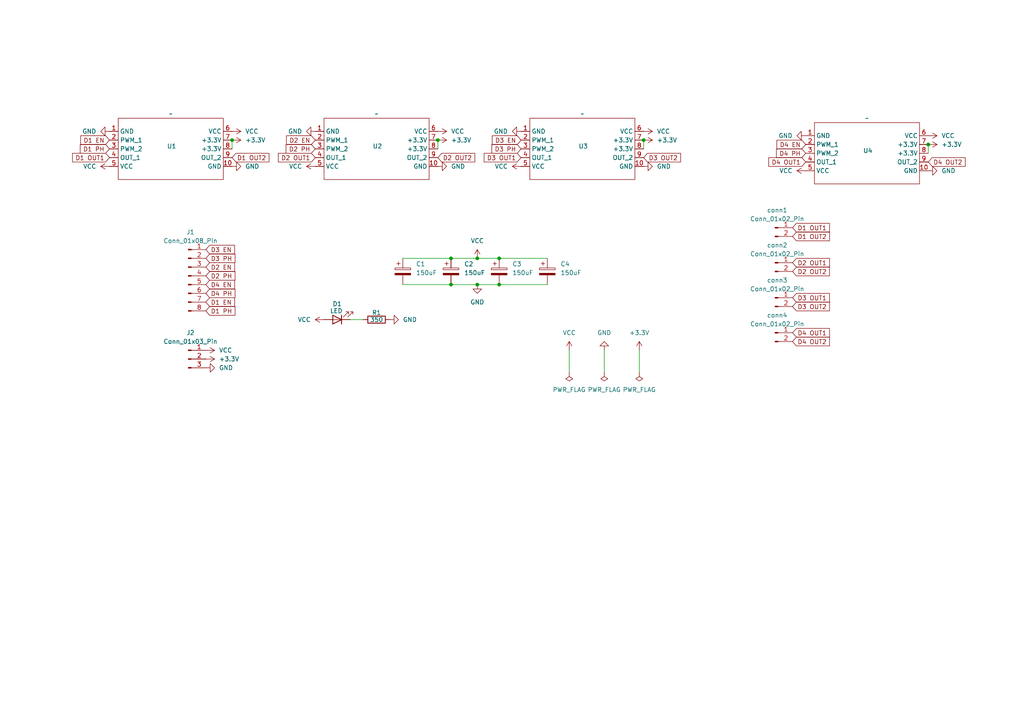
<source format=kicad_sch>
(kicad_sch (version 20250114) (generator "eeschema") (generator_version "9.0")
  (paper "A4")
  (lib_symbols
    (symbol "Connector:Conn_01x02_Pin" (pin_names (offset 1.016) (hide yes))
      (property "Reference" "J" (at 0 2.54 0))
      (property "Value" "Conn_01x02_Pin" (at 0 -5.08 0))
      (symbol "Conn_01x02_Pin_1_1"
        (rectangle (start 0.8636 0.127) (end 0 -0.127) (stroke (width 0.1524)) (fill (type outline)))
        (rectangle (start 0.8636 -2.413) (end 0 -2.667) (stroke (width 0.1524)) (fill (type outline)))
        (polyline (pts (xy 1.27 0) (xy 0.8636 0)) (stroke (width 0.1524)))
        (polyline (pts (xy 1.27 -2.54) (xy 0.8636 -2.54)) (stroke (width 0.1524)))
        (pin passive line (at 5.08 0 180) (length 3.81) (name "Pin_1") (number "1"))
        (pin passive line (at 5.08 -2.54 180) (length 3.81) (name "Pin_2") (number "2"))
      )
    )
    (symbol "Connector:Conn_01x03_Pin" (pin_names (offset 1.016) (hide yes))
      (property "Reference" "J" (at 0 5.08 0))
      (property "Value" "Conn_01x03_Pin" (at 0 -5.08 0))
      (symbol "Conn_01x03_Pin_1_1"
        (rectangle (start 0.8636 2.667) (end 0 2.413) (stroke (width 0.1524)) (fill (type outline)))
        (rectangle (start 0.8636 0.127) (end 0 -0.127) (stroke (width 0.1524)) (fill (type outline)))
        (rectangle (start 0.8636 -2.413) (end 0 -2.667) (stroke (width 0.1524)) (fill (type outline)))
        (polyline (pts (xy 1.27 2.54) (xy 0.8636 2.54)) (stroke (width 0.1524)))
        (polyline (pts (xy 1.27 0) (xy 0.8636 0)) (stroke (width 0.1524)))
        (polyline (pts (xy 1.27 -2.54) (xy 0.8636 -2.54)) (stroke (width 0.1524)))
        (pin passive line (at 5.08 2.54 180) (length 3.81) (name "Pin_1") (number "1"))
        (pin passive line (at 5.08 0 180) (length 3.81) (name "Pin_2") (number "2"))
        (pin passive line (at 5.08 -2.54 180) (length 3.81) (name "Pin_3") (number "3"))
      )
    )
    (symbol "Connector:Conn_01x08_Pin" (pin_names (offset 1.016) (hide yes))
      (property "Reference" "J" (at 0 10.16 0))
      (property "Value" "Conn_01x08_Pin" (at 0 -12.7 0))
      (symbol "Conn_01x08_Pin_1_1"
        (rectangle (start 0.8636 7.747) (end 0 7.493) (stroke (width 0.1524)) (fill (type outline)))
        (rectangle (start 0.8636 5.207) (end 0 4.953) (stroke (width 0.1524)) (fill (type outline)))
        (rectangle (start 0.8636 2.667) (end 0 2.413) (stroke (width 0.1524)) (fill (type outline)))
        (rectangle (start 0.8636 0.127) (end 0 -0.127) (stroke (width 0.1524)) (fill (type outline)))
        (rectangle (start 0.8636 -2.413) (end 0 -2.667) (stroke (width 0.1524)) (fill (type outline)))
        (rectangle (start 0.8636 -4.953) (end 0 -5.207) (stroke (width 0.1524)) (fill (type outline)))
        (rectangle (start 0.8636 -7.493) (end 0 -7.747) (stroke (width 0.1524)) (fill (type outline)))
        (rectangle (start 0.8636 -10.033) (end 0 -10.287) (stroke (width 0.1524)) (fill (type outline)))
        (polyline (pts (xy 1.27 7.62) (xy 0.8636 7.62)) (stroke (width 0.1524)))
        (polyline (pts (xy 1.27 5.08) (xy 0.8636 5.08)) (stroke (width 0.1524)))
        (polyline (pts (xy 1.27 2.54) (xy 0.8636 2.54)) (stroke (width 0.1524)))
        (polyline (pts (xy 1.27 0) (xy 0.8636 0)) (stroke (width 0.1524)))
        (polyline (pts (xy 1.27 -2.54) (xy 0.8636 -2.54)) (stroke (width 0.1524)))
        (polyline (pts (xy 1.27 -5.08) (xy 0.8636 -5.08)) (stroke (width 0.1524)))
        (polyline (pts (xy 1.27 -7.62) (xy 0.8636 -7.62)) (stroke (width 0.1524)))
        (polyline (pts (xy 1.27 -10.16) (xy 0.8636 -10.16)) (stroke (width 0.1524)))
        (pin passive line (at 5.08 7.62 180) (length 3.81) (name "Pin_1") (number "1"))
        (pin passive line (at 5.08 5.08 180) (length 3.81) (name "Pin_2") (number "2"))
        (pin passive line (at 5.08 2.54 180) (length 3.81) (name "Pin_3") (number "3"))
        (pin passive line (at 5.08 0 180) (length 3.81) (name "Pin_4") (number "4"))
        (pin passive line (at 5.08 -2.54 180) (length 3.81) (name "Pin_5") (number "5"))
        (pin passive line (at 5.08 -5.08 180) (length 3.81) (name "Pin_6") (number "6"))
        (pin passive line (at 5.08 -7.62 180) (length 3.81) (name "Pin_7") (number "7"))
        (pin passive line (at 5.08 -10.16 180) (length 3.81) (name "Pin_8") (number "8"))
      )
    )
    (symbol "Device:C_Polarized" (pin_numbers (hide yes)) (pin_names (offset 0.254))
      (property "Reference" "C" (at 0.635 2.54 0))
      (property "Value" "C_Polarized" (at 0.635 -2.54 0))
      (symbol "C_Polarized_0_1"
        (rectangle (start -2.286 0.508) (end 2.286 1.016))
        (polyline (pts (xy -1.778 2.286) (xy -0.762 2.286)))
        (polyline (pts (xy -1.27 2.794) (xy -1.27 1.778)))
        (rectangle (start 2.286 -0.508) (end -2.286 -1.016) (fill (type outline)))
      )
      (symbol "C_Polarized_1_1"
        (pin passive line (at 0 3.81 270) (length 2.794) (name "~") (number "1"))
        (pin passive line (at 0 -3.81 90) (length 2.794) (name "~") (number "2"))
      )
    )
    (symbol "Device:LED" (pin_numbers (hide yes)) (pin_names (offset 1.016) (hide yes))
      (property "Reference" "D" (at 0 2.54 0))
      (property "Value" "LED" (at 0 -2.54 0))
      (symbol "LED_0_1"
        (polyline (pts (xy -3.048 -0.762) (xy -4.572 -2.286) (xy -3.81 -2.286) (xy -4.572 -2.286) (xy -4.572 -1.524)))
        (polyline (pts (xy -1.778 -0.762) (xy -3.302 -2.286) (xy -2.54 -2.286) (xy -3.302 -2.286) (xy -3.302 -1.524)))
        (polyline (pts (xy -1.27 0) (xy 1.27 0)))
        (polyline (pts (xy -1.27 -1.27) (xy -1.27 1.27)) (stroke (width 0.254)))
        (polyline (pts (xy 1.27 -1.27) (xy 1.27 1.27) (xy -1.27 0) (xy 1.27 -1.27)) (stroke (width 0.254)))
      )
      (symbol "LED_1_1"
        (pin passive line (at -3.81 0 0) (length 2.54) (name "K") (number "1"))
        (pin passive line (at 3.81 0 180) (length 2.54) (name "A") (number "2"))
      )
    )
    (symbol "Device:R" (pin_numbers (hide yes)) (pin_names (offset 0))
      (property "Reference" "R" (at 2.032 0 90))
      (property "Value" "R" (at 0 0 90))
      (symbol "R_0_1"
        (rectangle (start -1.016 -2.54) (end 1.016 2.54) (stroke (width 0.254)))
      )
      (symbol "R_1_1"
        (pin passive line (at 0 3.81 270) (length 1.27) (name "~") (number "1"))
        (pin passive line (at 0 -3.81 90) (length 1.27) (name "~") (number "2"))
      )
    )
    (symbol "Motor Driver Module:DRV8874_Module"
      (property "Reference" "U" (at 0 0 0))
      (symbol "DRV8874_Module_0_1"
        (rectangle (start -8.89 15.24) (end 8.89 -15.24))
      )
      (symbol "DRV8874_Module_1_1"
        (pin power_in line (at -5.08 17.78 270) (length 2.54) (name "VCC") (number "5"))
        (pin power_in line (at -5.08 -17.78 90) (length 2.54) (name "GND") (number "10"))
        (pin passive line (at -2.54 17.78 270) (length 2.54) (name "OUT_1") (number "4"))
        (pin passive line (at -2.54 -17.78 90) (length 2.54) (name "OUT_2") (number "9"))
        (pin passive line (at 0 17.78 270) (length 2.54) (name "PWM_2") (number "3"))
        (pin power_in line (at 0 -17.78 90) (length 2.54) (name "+3.3V") (number "8"))
        (pin passive line (at 2.54 17.78 270) (length 2.54) (name "PWM_1") (number "2"))
        (pin power_in line (at 2.54 -17.78 90) (length 2.54) (name "+3.3V") (number "7"))
        (pin power_in line (at 5.08 17.78 270) (length 2.54) (name "GND") (number "1"))
        (pin power_in line (at 5.08 -17.78 90) (length 2.54) (name "VCC") (number "6"))
      )
    )
    (symbol "power:+3.3V" (power) (pin_numbers (hide yes)) (pin_names (offset 0) (hide yes))
      (property "Value" "+3.3V" (at 0 3.556 0))
      (symbol "+3.3V_0_1"
        (polyline (pts (xy -0.762 1.27) (xy 0 2.54)))
        (polyline (pts (xy 0 2.54) (xy 0.762 1.27)))
        (polyline (pts (xy 0 0) (xy 0 2.54)))
      )
      (symbol "+3.3V_1_1"
        (pin power_in line (at 0 0 90) (length 0) (name "~") (number "1"))
      )
    )
    (symbol "power:GND" (power) (pin_numbers (hide yes)) (pin_names (offset 0) (hide yes))
      (property "Value" "GND" (at 0 -3.81 0))
      (symbol "GND_0_1"
        (polyline (pts (xy 0 0) (xy 0 -1.27) (xy 1.27 -1.27) (xy 0 -2.54) (xy -1.27 -1.27) (xy 0 -1.27)))
      )
      (symbol "GND_1_1"
        (pin power_in line (at 0 0 270) (length 0) (name "~") (number "1"))
      )
    )
    (symbol "power:PWR_FLAG" (power) (pin_numbers (hide yes)) (pin_names (offset 0) (hide yes))
      (property "Value" "PWR_FLAG" (at 0 3.81 0))
      (symbol "PWR_FLAG_0_0"
        (pin power_out line (at 0 0 90) (length 0) (name "~") (number "1"))
      )
      (symbol "PWR_FLAG_0_1"
        (polyline (pts (xy 0 0) (xy 0 1.27) (xy -1.016 1.905) (xy 0 2.54) (xy 1.016 1.905) (xy 0 1.27)))
      )
    )
    (symbol "power:VCC" (power) (pin_numbers (hide yes)) (pin_names (offset 0) (hide yes))
      (property "Value" "VCC" (at 0 3.556 0))
      (symbol "VCC_0_1"
        (polyline (pts (xy -0.762 1.27) (xy 0 2.54)))
        (polyline (pts (xy 0 2.54) (xy 0.762 1.27)))
        (polyline (pts (xy 0 0) (xy 0 2.54)))
      )
      (symbol "VCC_1_1"
        (pin power_in line (at 0 0 90) (length 0) (name "~") (number "1"))
      )
    )
  )
  (junction (at 127 40.64))
  (junction (at 186.69 40.64))
  (junction (at 130.81 74.93))
  (junction (at 138.43 74.93))
  (junction (at 144.78 82.55))
  (junction (at 144.78 74.93))
  (junction (at 67.31 40.64))
  (junction (at 269.24 41.91))
  (junction (at 130.81 82.55))
  (junction (at 138.43 82.55))
  (wire (pts (xy 138.43 74.93) (xy 144.78 74.93)))
  (wire (pts (xy 138.43 82.55) (xy 144.78 82.55)))
  (wire (pts (xy 186.69 40.64) (xy 186.69 43.18)))
  (wire (pts (xy 127 40.64) (xy 127 43.18)))
  (wire (pts (xy 144.78 82.55) (xy 158.75 82.55)))
  (wire (pts (xy 175.26 101.6) (xy 175.26 107.95)))
  (wire (pts (xy 116.84 82.55) (xy 130.81 82.55)))
  (wire (pts (xy 130.81 82.55) (xy 138.43 82.55)))
  (wire (pts (xy 144.78 74.93) (xy 158.75 74.93)))
  (wire (pts (xy 165.1 101.6) (xy 165.1 107.95)))
  (wire (pts (xy 130.81 74.93) (xy 138.43 74.93)))
  (wire (pts (xy 116.84 74.93) (xy 130.81 74.93)))
  (wire (pts (xy 185.42 101.6) (xy 185.42 107.95)))
  (wire (pts (xy 269.24 41.91) (xy 269.24 44.45)))
  (wire (pts (xy 101.6 92.71) (xy 105.41 92.71)))
  (wire (pts (xy 67.31 40.64) (xy 67.31 43.18)))
  (global_label "D3 PH" (shape input) (at 151.13 43.18 180) (property "Intersheetrefs" "${INTERSHEET_REFS}" (effects (hide yes))))
  (global_label "D4 EN" (shape input) (at 59.69 82.55 0) (property "Intersheetrefs" "${INTERSHEET_REFS}" (effects (hide yes))))
  (global_label "D3 OUT2" (shape input) (at 186.69 45.72 0) (property "Intersheetrefs" "${INTERSHEET_REFS}" (effects (hide yes))))
  (global_label "D1 OUT1" (shape input) (at 229.87 66.04 0) (property "Intersheetrefs" "${INTERSHEET_REFS}" (effects (hide yes))))
  (global_label "D4 OUT1" (shape input) (at 229.87 96.52 0) (property "Intersheetrefs" "${INTERSHEET_REFS}" (effects (hide yes))))
  (global_label "D3 OUT1" (shape input) (at 151.13 45.72 180) (property "Intersheetrefs" "${INTERSHEET_REFS}" (effects (hide yes))))
  (global_label "D4 OUT1" (shape input) (at 233.68 46.99 180) (property "Intersheetrefs" "${INTERSHEET_REFS}" (effects (hide yes))))
  (global_label "D2 OUT2" (shape input) (at 229.87 78.74 0) (property "Intersheetrefs" "${INTERSHEET_REFS}" (effects (hide yes))))
  (global_label "D1 OUT2" (shape input) (at 229.87 68.58 0) (property "Intersheetrefs" "${INTERSHEET_REFS}" (effects (hide yes))))
  (global_label "D2 PH" (shape input) (at 59.69 80.01 0) (property "Intersheetrefs" "${INTERSHEET_REFS}" (effects (hide yes))))
  (global_label "D4 PH" (shape input) (at 59.69 85.09 0) (property "Intersheetrefs" "${INTERSHEET_REFS}" (effects (hide yes))))
  (global_label "D1 PH" (shape input) (at 31.75 43.18 180) (property "Intersheetrefs" "${INTERSHEET_REFS}" (effects (hide yes))))
  (global_label "D4 EN" (shape input) (at 233.68 41.91 180) (property "Intersheetrefs" "${INTERSHEET_REFS}" (effects (hide yes))))
  (global_label "D2 OUT1" (shape input) (at 229.87 76.2 0) (property "Intersheetrefs" "${INTERSHEET_REFS}" (effects (hide yes))))
  (global_label "D1 OUT1" (shape input) (at 31.75 45.72 180) (property "Intersheetrefs" "${INTERSHEET_REFS}" (effects (hide yes))))
  (global_label "D4 OUT2" (shape input) (at 269.24 46.99 0) (property "Intersheetrefs" "${INTERSHEET_REFS}" (effects (hide yes))))
  (global_label "D4 OUT2" (shape input) (at 229.87 99.06 0) (property "Intersheetrefs" "${INTERSHEET_REFS}" (effects (hide yes))))
  (global_label "D3 OUT1" (shape input) (at 229.87 86.36 0) (property "Intersheetrefs" "${INTERSHEET_REFS}" (effects (hide yes))))
  (global_label "D3 EN" (shape input) (at 59.69 72.39 0) (property "Intersheetrefs" "${INTERSHEET_REFS}" (effects (hide yes))))
  (global_label "D1 EN" (shape input) (at 59.69 87.63 0) (property "Intersheetrefs" "${INTERSHEET_REFS}" (effects (hide yes))))
  (global_label "D3 EN" (shape input) (at 151.13 40.64 180) (property "Intersheetrefs" "${INTERSHEET_REFS}" (effects (hide yes))))
  (global_label "D1 EN" (shape input) (at 31.75 40.64 180) (property "Intersheetrefs" "${INTERSHEET_REFS}" (effects (hide yes))))
  (global_label "D2 OUT2" (shape input) (at 127 45.72 0) (property "Intersheetrefs" "${INTERSHEET_REFS}" (effects (hide yes))))
  (global_label "D3 PH" (shape input) (at 59.69 74.93 0) (property "Intersheetrefs" "${INTERSHEET_REFS}" (effects (hide yes))))
  (global_label "D3 OUT2" (shape input) (at 229.87 88.9 0) (property "Intersheetrefs" "${INTERSHEET_REFS}" (effects (hide yes))))
  (global_label "D2 OUT1" (shape input) (at 91.44 45.72 180) (property "Intersheetrefs" "${INTERSHEET_REFS}" (effects (hide yes))))
  (global_label "D1 PH" (shape input) (at 59.69 90.17 0) (property "Intersheetrefs" "${INTERSHEET_REFS}" (effects (hide yes))))
  (global_label "D2 PH" (shape input) (at 91.44 43.18 180) (property "Intersheetrefs" "${INTERSHEET_REFS}" (effects (hide yes))))
  (global_label "D2 EN" (shape input) (at 59.69 77.47 0) (property "Intersheetrefs" "${INTERSHEET_REFS}" (effects (hide yes))))
  (global_label "D1 OUT2" (shape input) (at 67.31 45.72 0) (property "Intersheetrefs" "${INTERSHEET_REFS}" (effects (hide yes))))
  (global_label "D2 EN" (shape input) (at 91.44 40.64 180) (property "Intersheetrefs" "${INTERSHEET_REFS}" (effects (hide yes))))
  (global_label "D4 PH" (shape input) (at 233.68 44.45 180) (property "Intersheetrefs" "${INTERSHEET_REFS}" (effects (hide yes))))
  (symbol (lib_id "power:GND") (at 186.69 48.26 90) (unit 1)
    (property "Reference" "#PWR018" (effects (hide yes)))
    (property "Value" "GND" (at 190.5 48.2599 90) (effects (justify right)))
    (property "Description" "Power symbol creates a global label with name \"GND\" , ground" (effects (hide yes)))
  )
  (symbol (lib_id "Motor Driver Module:DRV8874_Module") (at 109.22 43.18 90) (unit 1)
    (property "Reference" "U2" (at 109.474 42.418 90))
    (property "Value" "~" (at 109.22 33.02 90))
    (property "Footprint" "Motor Driver Module:DRV8874 Module" (effects (hide yes)))
  )
  (symbol (lib_id "power:GND") (at 113.03 92.71 90) (unit 1)
    (property "Reference" "#PWR029" (effects (hide yes)))
    (property "Value" "GND" (at 116.84 92.7099 90) (effects (justify right)))
    (property "Description" "Power symbol creates a global label with name \"GND\" , ground" (effects (hide yes)))
  )
  (symbol (lib_id "power:GND") (at 151.13 38.1 270) (unit 1)
    (property "Reference" "#PWR014" (effects (hide yes)))
    (property "Value" "GND" (at 147.32 38.0999 90) (effects (justify right)))
    (property "Description" "Power symbol creates a global label with name \"GND\" , ground" (effects (hide yes)))
  )
  (symbol (lib_id "Motor Driver Module:DRV8874_Module") (at 168.91 43.18 90) (unit 1)
    (property "Reference" "U3" (at 169.164 42.418 90))
    (property "Value" "~" (at 168.91 33.02 90))
    (property "Footprint" "Motor Driver Module:DRV8874 Module" (effects (hide yes)))
  )
  (symbol (lib_id "power:VCC") (at 59.69 101.6 270) (unit 1)
    (property "Reference" "#PWR024" (effects (hide yes)))
    (property "Value" "VCC" (at 63.5 101.5999 90) (effects (justify left)))
    (property "Description" "Power symbol creates a global label with name \"VCC\"" (effects (hide yes)))
  )
  (symbol (lib_id "power:PWR_FLAG") (at 185.42 107.95 180) (unit 1)
    (property "Reference" "#FLG03" (effects (hide yes)))
    (property "Value" "PWR_FLAG" (at 185.42 113.03 0))
    (property "Description" "Special symbol for telling ERC where power comes from" (effects (hide yes)))
  )
  (symbol (lib_id "Device:C_Polarized") (at 158.75 78.74 0) (unit 1)
    (property "Reference" "C4" (at 162.56 76.5809 0) (effects (justify left)))
    (property "Value" "150uF" (at 162.56 79.1209 0) (effects (justify left)))
    (property "Footprint" "Capacitor_THT:CP_Radial_D8.0mm_P3.50mm" (effects (hide yes)))
    (property "Description" "Polarized capacitor" (effects (hide yes)))
  )
  (symbol (lib_id "power:VCC") (at 67.31 38.1 270) (unit 1)
    (property "Reference" "#PWR06" (effects (hide yes)))
    (property "Value" "VCC" (at 71.12 38.0999 90) (effects (justify left)))
    (property "Description" "Power symbol creates a global label with name \"VCC\"" (effects (hide yes)))
  )
  (symbol (lib_id "power:+3.3V") (at 59.69 104.14 270) (unit 1)
    (property "Reference" "#PWR026" (effects (hide yes)))
    (property "Value" "+3.3V" (at 63.5 104.1399 90) (effects (justify left)))
    (property "Description" "Power symbol creates a global label with name \"+3.3V\"" (effects (hide yes)))
  )
  (symbol (lib_id "power:GND") (at 67.31 48.26 90) (unit 1)
    (property "Reference" "#PWR07" (effects (hide yes)))
    (property "Value" "GND" (at 71.12 48.2599 90) (effects (justify right)))
    (property "Description" "Power symbol creates a global label with name \"GND\" , ground" (effects (hide yes)))
  )
  (symbol (lib_id "Connector:Conn_01x02_Pin") (at 224.79 86.36 0) (unit 1)
    (property "Reference" "conn3" (at 225.425 81.28 0))
    (property "Value" "Conn_01x02_Pin" (at 225.425 83.82 0))
    (property "Footprint" "Connector_JST:JST_XH_S2B-XH-A_1x02_P2.50mm_Horizontal" (effects (hide yes)))
    (property "Description" "Generic connector, single row, 01x02, script generated" (effects (hide yes)))
  )
  (symbol (lib_id "power:VCC") (at 91.44 48.26 90) (unit 1)
    (property "Reference" "#PWR010" (effects (hide yes)))
    (property "Value" "VCC" (at 87.63 48.2599 90) (effects (justify left)))
    (property "Description" "Power symbol creates a global label with name \"VCC\"" (effects (hide yes)))
  )
  (symbol (lib_id "power:VCC") (at 93.98 92.71 90) (unit 1)
    (property "Reference" "#PWR030" (effects (hide yes)))
    (property "Value" "VCC" (at 90.17 92.7099 90) (effects (justify left)))
    (property "Description" "Power symbol creates a global label with name \"VCC\"" (effects (hide yes)))
  )
  (symbol (lib_id "power:+3.3V") (at 67.31 40.64 270) (unit 1)
    (property "Reference" "#PWR08" (effects (hide yes)))
    (property "Value" "+3.3V" (at 71.12 40.6399 90) (effects (justify left)))
    (property "Description" "Power symbol creates a global label with name \"+3.3V\"" (effects (hide yes)))
  )
  (symbol (lib_id "Device:C_Polarized") (at 144.78 78.74 0) (unit 1)
    (property "Reference" "C3" (at 148.59 76.5809 0) (effects (justify left)))
    (property "Value" "150uF" (at 148.59 79.1209 0) (effects (justify left)))
    (property "Footprint" "Capacitor_THT:CP_Radial_D8.0mm_P3.50mm" (effects (hide yes)))
    (property "Description" "Polarized capacitor" (effects (hide yes)))
  )
  (symbol (lib_id "Motor Driver Module:DRV8874_Module") (at 49.53 43.18 90) (unit 1)
    (property "Reference" "U1" (at 49.784 42.418 90))
    (property "Value" "~" (at 49.53 33.02 90))
    (property "Footprint" "Motor Driver Module:DRV8874 Module" (effects (hide yes)))
  )
  (symbol (lib_id "power:PWR_FLAG") (at 165.1 107.95 180) (unit 1)
    (property "Reference" "#FLG01" (effects (hide yes)))
    (property "Value" "PWR_FLAG" (at 165.1 113.03 0))
    (property "Description" "Special symbol for telling ERC where power comes from" (effects (hide yes)))
  )
  (symbol (lib_id "power:GND") (at 91.44 38.1 270) (unit 1)
    (property "Reference" "#PWR09" (effects (hide yes)))
    (property "Value" "GND" (at 87.63 38.0999 90) (effects (justify right)))
    (property "Description" "Power symbol creates a global label with name \"GND\" , ground" (effects (hide yes)))
  )
  (symbol (lib_id "Connector:Conn_01x08_Pin") (at 54.61 80.01 0) (unit 1)
    (property "Reference" "J1" (at 55.245 67.31 0))
    (property "Value" "Conn_01x08_Pin" (at 55.245 69.85 0))
    (property "Footprint" "FFC conector:FFC conector 8Pin" (effects (hide yes)))
    (property "Description" "Generic connector, single row, 01x08, script generated" (effects (hide yes)))
  )
  (symbol (lib_id "power:GND") (at 59.69 106.68 90) (unit 1)
    (property "Reference" "#PWR025" (effects (hide yes)))
    (property "Value" "GND" (at 63.5 106.6799 90) (effects (justify right)))
    (property "Description" "Power symbol creates a global label with name \"GND\" , ground" (effects (hide yes)))
  )
  (symbol (lib_id "power:+3.3V") (at 185.42 101.6 0) (unit 1)
    (property "Reference" "#PWR03" (effects (hide yes)))
    (property "Value" "+3.3V" (at 185.42 96.52 0))
    (property "Description" "Power symbol creates a global label with name \"+3.3V\"" (effects (hide yes)))
  )
  (symbol (lib_id "power:GND") (at 175.26 101.6 180) (unit 1)
    (property "Reference" "#PWR02" (effects (hide yes)))
    (property "Value" "GND" (at 175.26 96.52 0))
    (property "Description" "Power symbol creates a global label with name \"GND\" , ground" (effects (hide yes)))
  )
  (symbol (lib_id "power:VCC") (at 165.1 101.6 0) (unit 1)
    (property "Reference" "#PWR01" (effects (hide yes)))
    (property "Value" "VCC" (at 165.1 96.52 0))
    (property "Description" "Power symbol creates a global label with name \"VCC\"" (effects (hide yes)))
  )
  (symbol (lib_id "power:VCC") (at 233.68 49.53 90) (unit 1)
    (property "Reference" "#PWR020" (effects (hide yes)))
    (property "Value" "VCC" (at 229.87 49.5299 90) (effects (justify left)))
    (property "Description" "Power symbol creates a global label with name \"VCC\"" (effects (hide yes)))
  )
  (symbol (lib_id "power:GND") (at 127 48.26 90) (unit 1)
    (property "Reference" "#PWR013" (effects (hide yes)))
    (property "Value" "GND" (at 130.81 48.2599 90) (effects (justify right)))
    (property "Description" "Power symbol creates a global label with name \"GND\" , ground" (effects (hide yes)))
  )
  (symbol (lib_id "power:VCC") (at 127 38.1 270) (unit 1)
    (property "Reference" "#PWR011" (effects (hide yes)))
    (property "Value" "VCC" (at 130.81 38.0999 90) (effects (justify left)))
    (property "Description" "Power symbol creates a global label with name \"VCC\"" (effects (hide yes)))
  )
  (symbol (lib_id "power:VCC") (at 151.13 48.26 90) (unit 1)
    (property "Reference" "#PWR015" (effects (hide yes)))
    (property "Value" "VCC" (at 147.32 48.2599 90) (effects (justify left)))
    (property "Description" "Power symbol creates a global label with name \"VCC\"" (effects (hide yes)))
  )
  (symbol (lib_id "Device:C_Polarized") (at 116.84 78.74 0) (unit 1)
    (property "Reference" "C1" (at 120.65 76.5809 0) (effects (justify left)))
    (property "Value" "150uF" (at 120.65 79.1209 0) (effects (justify left)))
    (property "Footprint" "Capacitor_THT:CP_Radial_D8.0mm_P3.50mm" (effects (hide yes)))
    (property "Description" "Polarized capacitor" (effects (hide yes)))
  )
  (symbol (lib_id "Device:LED") (at 97.79 92.71 180) (unit 1)
    (property "Reference" "D1" (at 97.79 88.138 0))
    (property "Value" "LED" (at 97.536 90.17 0))
    (property "Footprint" "LED_SMD:LED_0603_1608Metric" (effects (hide yes)))
    (property "Description" "Light emitting diode" (effects (hide yes)))
    (property "Sim.Pins" "1=K 2=A" (effects (hide yes)))
  )
  (symbol (lib_id "Device:C_Polarized") (at 130.81 78.74 0) (unit 1)
    (property "Reference" "C2" (at 134.62 76.5809 0) (effects (justify left)))
    (property "Value" "150uF" (at 134.62 79.1209 0) (effects (justify left)))
    (property "Footprint" "Capacitor_THT:CP_Radial_D8.0mm_P3.50mm" (effects (hide yes)))
    (property "Description" "Polarized capacitor" (effects (hide yes)))
  )
  (symbol (lib_id "Motor Driver Module:DRV8874_Module") (at 251.46 44.45 90) (unit 1)
    (property "Reference" "U4" (at 251.714 43.688 90))
    (property "Value" "~" (at 251.46 34.29 90))
    (property "Footprint" "Motor Driver Module:DRV8874 Module" (effects (hide yes)))
  )
  (symbol (lib_id "power:+3.3V") (at 127 40.64 270) (unit 1)
    (property "Reference" "#PWR012" (effects (hide yes)))
    (property "Value" "+3.3V" (at 130.81 40.6399 90) (effects (justify left)))
    (property "Description" "Power symbol creates a global label with name \"+3.3V\"" (effects (hide yes)))
  )
  (symbol (lib_id "power:GND") (at 269.24 49.53 90) (unit 1)
    (property "Reference" "#PWR023" (effects (hide yes)))
    (property "Value" "GND" (at 273.05 49.5299 90) (effects (justify right)))
    (property "Description" "Power symbol creates a global label with name \"GND\" , ground" (effects (hide yes)))
  )
  (symbol (lib_id "power:+3.3V") (at 269.24 41.91 270) (unit 1)
    (property "Reference" "#PWR022" (effects (hide yes)))
    (property "Value" "+3.3V" (at 273.05 41.9099 90) (effects (justify left)))
    (property "Description" "Power symbol creates a global label with name \"+3.3V\"" (effects (hide yes)))
  )
  (symbol (lib_id "power:GND") (at 138.43 82.55 0) (unit 1)
    (property "Reference" "#PWR028" (effects (hide yes)))
    (property "Value" "GND" (at 138.43 87.63 0))
    (property "Description" "Power symbol creates a global label with name \"GND\" , ground" (effects (hide yes)))
  )
  (symbol (lib_id "power:VCC") (at 138.43 74.93 0) (unit 1)
    (property "Reference" "#PWR027" (effects (hide yes)))
    (property "Value" "VCC" (at 138.43 69.85 0))
    (property "Description" "Power symbol creates a global label with name \"VCC\"" (effects (hide yes)))
  )
  (symbol (lib_id "Connector:Conn_01x02_Pin") (at 224.79 76.2 0) (unit 1)
    (property "Reference" "conn2" (at 225.425 71.12 0))
    (property "Value" "Conn_01x02_Pin" (at 225.425 73.66 0))
    (property "Footprint" "Connector_JST:JST_XH_S2B-XH-A_1x02_P2.50mm_Horizontal" (effects (hide yes)))
    (property "Description" "Generic connector, single row, 01x02, script generated" (effects (hide yes)))
  )
  (symbol (lib_id "power:PWR_FLAG") (at 175.26 107.95 180) (unit 1)
    (property "Reference" "#FLG02" (effects (hide yes)))
    (property "Value" "PWR_FLAG" (at 175.26 113.03 0))
    (property "Description" "Special symbol for telling ERC where power comes from" (effects (hide yes)))
  )
  (symbol (lib_id "Connector:Conn_01x02_Pin") (at 224.79 66.04 0) (unit 1)
    (property "Reference" "conn1" (at 225.425 60.96 0))
    (property "Value" "Conn_01x02_Pin" (at 225.425 63.5 0))
    (property "Footprint" "Connector_JST:JST_XH_S2B-XH-A_1x02_P2.50mm_Horizontal" (effects (hide yes)))
    (property "Description" "Generic connector, single row, 01x02, script generated" (effects (hide yes)))
  )
  (symbol (lib_id "power:VCC") (at 31.75 48.26 90) (unit 1)
    (property "Reference" "#PWR04" (effects (hide yes)))
    (property "Value" "VCC" (at 27.94 48.2599 90) (effects (justify left)))
    (property "Description" "Power symbol creates a global label with name \"VCC\"" (effects (hide yes)))
  )
  (symbol (lib_id "Connector:Conn_01x02_Pin") (at 224.79 96.52 0) (unit 1)
    (property "Reference" "conn4" (at 225.425 91.44 0))
    (property "Value" "Conn_01x02_Pin" (at 225.425 93.98 0))
    (property "Footprint" "Connector_JST:JST_XH_S2B-XH-A_1x02_P2.50mm_Horizontal" (effects (hide yes)))
    (property "Description" "Generic connector, single row, 01x02, script generated" (effects (hide yes)))
  )
  (symbol (lib_id "power:+3.3V") (at 186.69 40.64 270) (unit 1)
    (property "Reference" "#PWR017" (effects (hide yes)))
    (property "Value" "+3.3V" (at 190.5 40.6399 90) (effects (justify left)))
    (property "Description" "Power symbol creates a global label with name \"+3.3V\"" (effects (hide yes)))
  )
  (symbol (lib_id "Device:R") (at 109.22 92.71 90) (unit 1)
    (property "Reference" "R1" (at 109.22 90.678 90))
    (property "Value" "350" (at 109.22 92.71 90))
    (property "Footprint" "Resistor_SMD:R_0603_1608Metric" (effects (hide yes)))
    (property "Description" "Resistor" (effects (hide yes)))
  )
  (symbol (lib_id "Connector:Conn_01x03_Pin") (at 54.61 104.14 0) (unit 1)
    (property "Reference" "J2" (at 55.245 96.52 0))
    (property "Value" "Conn_01x03_Pin" (at 55.245 99.06 0))
    (property "Footprint" "Connector_JST:JST_XH_S3B-XH-A_1x03_P2.50mm_Horizontal" (effects (hide yes)))
    (property "Description" "Generic connector, single row, 01x03, script generated" (effects (hide yes)))
  )
  (symbol (lib_id "power:VCC") (at 269.24 39.37 270) (unit 1)
    (property "Reference" "#PWR021" (effects (hide yes)))
    (property "Value" "VCC" (at 273.05 39.3699 90) (effects (justify left)))
    (property "Description" "Power symbol creates a global label with name \"VCC\"" (effects (hide yes)))
  )
  (symbol (lib_id "power:GND") (at 233.68 39.37 270) (unit 1)
    (property "Reference" "#PWR019" (effects (hide yes)))
    (property "Value" "GND" (at 229.87 39.3699 90) (effects (justify right)))
    (property "Description" "Power symbol creates a global label with name \"GND\" , ground" (effects (hide yes)))
  )
  (symbol (lib_id "power:GND") (at 31.75 38.1 270) (unit 1)
    (property "Reference" "#PWR05" (effects (hide yes)))
    (property "Value" "GND" (at 27.94 38.0999 90) (effects (justify right)))
    (property "Description" "Power symbol creates a global label with name \"GND\" , ground" (effects (hide yes)))
  )
  (symbol (lib_id "power:VCC") (at 186.69 38.1 270) (unit 1)
    (property "Reference" "#PWR016" (effects (hide yes)))
    (property "Value" "VCC" (at 190.5 38.0999 90) (effects (justify left)))
    (property "Description" "Power symbol creates a global label with name \"VCC\"" (effects (hide yes)))
  )
)
</source>
